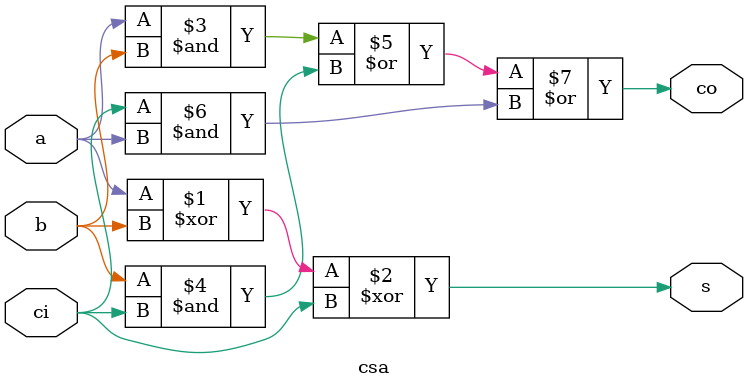
<source format=v>
module csa (a, b, ci, s, co);                     // carry save adder (csa)
    input  a, b, ci;                              // inputs:  a, b, carry_in
    output s, co;                                 // outputs: sum, carry_out
    assign s  = a ^ b ^ ci;                       // sum of inputs
    assign co = a & b | b & ci | ci & a;          // carry_out
endmodule
</source>
